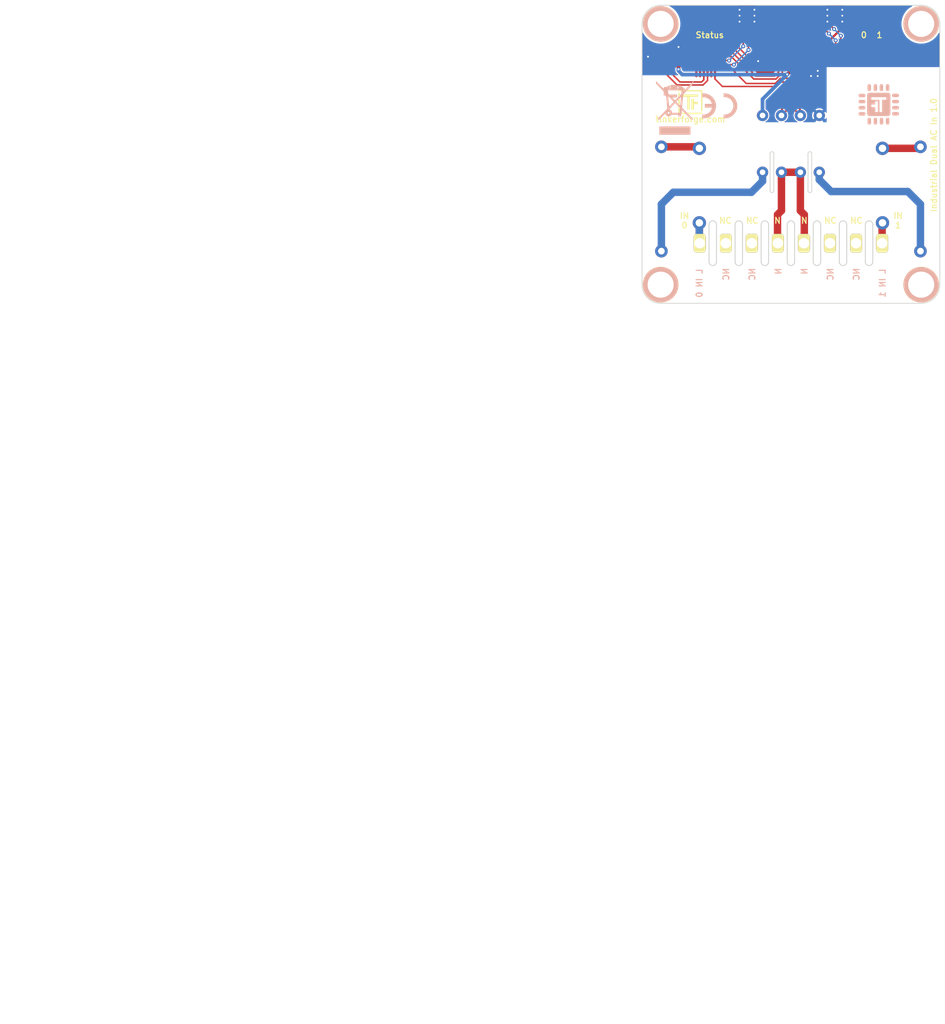
<source format=kicad_pcb>
(kicad_pcb (version 20211014) (generator pcbnew)
  (title_block (title "Industrial Dual AC IN Bricklet") (date "2022-11-16") (rev "1.0") (company "Tinkerforge GmbH") (comment 1 "Licensed under CERN OHL v.1.1") (comment 2 "Copyright (©) 2022, T.Schneidermann <tim@tinkerforge.com>"))
  (layers (0 "F.Cu" signal) (31 "B.Cu" signal) (34 "B.Paste" user) (35 "F.Paste" user) (36 "B.SilkS" user "B.Silkscreen") (37 "F.SilkS" user "F.Silkscreen") (38 "B.Mask" user) (39 "F.Mask" user) (44 "Edge.Cuts" user))
  (net 0 "")
  (net 1 "Net-(C1-Pad2)")
  (net 2 "GND")
  (net 3 "+5V")
  (net 4 "3V3")
  (net 5 "Net-(D1-Pad2)")
  (net 6 "L_IN1")
  (net 7 "Net-(D115-Pad2)")
  (net 8 "L_IN0")
  (net 9 "Net-(D116-Pad2)")
  (net 10 "Net-(P1-Pad4)")
  (net 11 "Net-(P1-Pad5)")
  (net 12 "Net-(P1-Pad6)")
  (net 13 "Net-(P2-Pad2)")
  (net 14 "Net-(P3-Pad1)")
  (net 17 "N")
  (net 20 "Net-(R1-Pad1)")
  (net 21 "Net-(U109-Pad4)")
  (net 22 "Net-(U109-Pad1)")
  (net 23 "S-MISO")
  (net 24 "S-MOSI")
  (net 25 "S-CLK")
  (net 26 "S-CS")
  (net 27 "AC1")
  (net 28 "AC0")
  (net 29 "Net-(RP105-Pad5)")
  (net 30 "Net-(RP105-Pad7)")
  (net 40 "Net-(D2-Pad2)")
  (net 41 "Net-(D3-Pad2)")
  (net 42 "Net-(R2-Pad1)")
  (net 45 "Net-(U1-Pad20)")
  (footprint "kicad-libraries:D0603E" (layer "F.Cu") (at 109.1 61.8 -90)
    (fp_text reference "D1")
    (fp_text value "blue")
    (pad "1" smd rect locked (at -0.8501 0 270) (size 1.1 1) (layers "F.Cu" "F.Paste" "F.Mask") (net 4 "3V3"))
    (pad "2" smd rect locked (at 0.8501 0 270) (size 1.1 1) (layers "F.Cu" "F.Paste" "F.Mask") (net 5 "Net-(D1-Pad2)"))
  )
  (footprint "kicad-libraries:R0603F" (layer "F.Cu") (at 129 65.3)
    (fp_text reference "R2")
    (fp_text value "1k")
    (pad "1" smd rect locked (at -0.75 0) (size 0.9 0.9) (layers "F.Cu" "F.Paste" "F.Mask") (net 42 "Net-(R2-Pad1)"))
    (pad "2" smd rect locked (at 0.75 0) (size 0.9 0.9) (layers "F.Cu" "F.Paste" "F.Mask") (net 40 "Net-(D2-Pad2)"))
  )
  (footprint "kicad-libraries:DEBUG_PAD" (layer "F.Cu") (at 101.9 68.8)
    (fp_text reference "P3")
    (fp_text value "Debug")
    (pad "1" smd circle locked (at 0 0) (size 0.7 0.7) (layers "F.Cu" "F.Paste" "F.Mask") (net 14 "Net-(P3-Pad1)"))
  )
  (footprint "kicad-libraries:QFN24-4x4mm-0.5mm" (layer "F.Cu") (at 108.55 67.15 -90)
    (fp_text reference "U1")
    (fp_text value "XMC1100")
    (pad "1" smd oval locked (at -2.025 -1.25 270) (size 1 0.3) (layers "F.Cu" "F.Paste" "F.Mask") (net 23 "S-MISO"))
    (pad "2" smd oval locked (at -2.025 -0.75 270) (size 1 0.3) (layers "F.Cu" "F.Paste" "F.Mask"))
    (pad "3" smd oval locked (at -2.025 -0.25 270) (size 1 0.3) (layers "F.Cu" "F.Paste" "F.Mask"))
    (pad "4" smd oval locked (at -2.025 0.25 270) (size 1 0.3) (layers "F.Cu" "F.Paste" "F.Mask"))
    (pad "5" smd oval locked (at -2.025 0.75 270) (size 1 0.3) (layers "F.Cu" "F.Paste" "F.Mask"))
    (pad "6" smd oval locked (at -2.025 1.25 270) (size 1 0.3) (layers "F.Cu" "F.Paste" "F.Mask"))
    (pad "7" smd oval locked (at -1.25 2.025) (size 1 0.3) (layers "F.Cu" "F.Paste" "F.Mask") (net 20 "Net-(R1-Pad1)"))
    (pad "8" smd oval locked (at -0.75 2.025) (size 1 0.3) (layers "F.Cu" "F.Paste" "F.Mask"))
    (pad "9" smd oval locked (at -0.25 2.025) (size 1 0.3) (layers "F.Cu" "F.Paste" "F.Mask") (net 2 "GND"))
    (pad "10" smd oval locked (at 0.25 2.025) (size 1 0.3) (layers "F.Cu" "F.Paste" "F.Mask") (net 4 "3V3"))
    (pad "11" smd oval locked (at 0.75 2.025) (size 1 0.3) (layers "F.Cu" "F.Paste" "F.Mask"))
    (pad "12" smd oval locked (at 1.25 2.025) (size 1 0.3) (layers "F.Cu" "F.Paste" "F.Mask"))
    (pad "13" smd oval locked (at 2.025 1.25 270) (size 1 0.3) (layers "F.Cu" "F.Paste" "F.Mask"))
    (pad "14" smd oval locked (at 2.025 0.75 270) (size 1 0.3) (layers "F.Cu" "F.Paste" "F.Mask"))
    (pad "15" smd oval locked (at 2.025 0.25 270) (size 1 0.3) (layers "F.Cu" "F.Paste" "F.Mask") (net 13 "Net-(P2-Pad2)"))
    (pad "16" smd oval locked (at 2.025 -0.25 270) (size 1 0.3) (layers "F.Cu" "F.Paste" "F.Mask") (net 14 "Net-(P3-Pad1)"))
    (pad "17" smd oval locked (at 2.025 -0.75 270) (size 1 0.3) (layers "F.Cu" "F.Paste" "F.Mask"))
    (pad "18" smd oval locked (at 2.025 -1.25 270) (size 1 0.3) (layers "F.Cu" "F.Paste" "F.Mask") (net 28 "AC0"))
    (pad "19" smd oval locked (at 1.25 -2.025) (size 1 0.3) (layers "F.Cu" "F.Paste" "F.Mask") (net 27 "AC1"))
    (pad "20" smd oval locked (at 0.75 -2.025) (size 1 0.3) (layers "F.Cu" "F.Paste" "F.Mask") (net 45 "Net-(U1-Pad20)"))
    (pad "21" smd oval locked (at 0.25 -2.025) (size 1 0.3) (layers "F.Cu" "F.Paste" "F.Mask") (net 42 "Net-(R2-Pad1)"))
    (pad "22" smd oval locked (at -0.25 -2.025) (size 1 0.3) (layers "F.Cu" "F.Paste" "F.Mask") (net 26 "S-CS"))
    (pad "23" smd oval locked (at -0.75 -2.025) (size 1 0.3) (layers "F.Cu" "F.Paste" "F.Mask") (net 25 "S-CLK"))
    (pad "24" smd oval locked (at -1.25 -2.025) (size 1 0.3) (layers "F.Cu" "F.Paste" "F.Mask") (net 24 "S-MOSI"))
    (pad "EXP" smd rect locked (at 0.65 -0.65 270) (size 1.3 1.3) (layers "F.Cu" "F.Paste" "F.Mask") (net 2 "GND"))
    (pad "EXP" smd rect locked (at 0.65 0.65 270) (size 1.3 1.3) (layers "F.Cu" "F.Paste" "F.Mask") (net 2 "GND"))
    (pad "EXP" smd rect locked (at -0.65 0.65 270) (size 1.3 1.3) (layers "F.Cu" "F.Paste" "F.Mask") (net 2 "GND"))
    (pad "EXP" smd rect locked (at -0.65 -0.65 270) (size 1.3 1.3) (layers "F.Cu" "F.Paste" "F.Mask") (net 2 "GND"))
  )
  (footprint "kicad-libraries:DO-41" (layer "F.Cu") (at 132.3 84.2 90)
    (fp_text reference "D116")
    (fp_text value "1N4007")
    (pad "1" thru_hole circle locked (at -5 0 90) (size 1.8 1.8) (drill 1) (layers *.Cu *.Mask) (net 6 "L_IN1"))
    (pad "2" thru_hole circle locked (at 5 0 90) (size 1.8 1.8) (drill 1) (layers *.Cu *.Mask) (net 9 "Net-(D116-Pad2)"))
  )
  (footprint "kicad-libraries:DRILL_NP_35" (layer "F.Cu") (at 102.5 97.5)
    (fp_text reference "Drill3" hide)
    (fp_text value "DRILL" hide)
    (pad "" np_thru_hole circle locked (at 0 0) (size 3.5 3.5) (drill 3.5) (layers *.Cu *.Mask "F.SilkS") (clearance 0.89916))
  )
  (footprint "kicad-libraries:DRILL_NP_35" (layer "F.Cu") (at 102.5 62.5)
    (fp_text reference "Drill4" hide)
    (fp_text value "DRILL" hide)
    (pad "" np_thru_hole circle locked (at 0 0) (size 3.5 3.5) (drill 3.5) (layers *.Cu *.Mask "F.SilkS") (clearance 0.89916))
  )
  (footprint "kicad-libraries:R0603F" (layer "F.Cu") (at 129 66.6)
    (fp_text reference "R3")
    (fp_text value "1k")
    (pad "1" smd rect locked (at -0.75 0) (size 0.9 0.9) (layers "F.Cu" "F.Paste" "F.Mask") (net 45 "Net-(U1-Pad20)"))
    (pad "2" smd rect locked (at 0.75 0) (size 0.9 0.9) (layers "F.Cu" "F.Paste" "F.Mask") (net 41 "Net-(D3-Pad2)"))
  )
  (footprint "kicad-libraries:OQ_8P_230V" (layer "F.Cu") (at 120 91.93425)
    (fp_text reference "P4")
    (fp_text value "Input")
    (fp_line (start -6.5 -2.5) (end -6.5 2.5) (layer "Edge.Cuts") (width 0.12))
    (fp_line (start -7.5 -2.5) (end -7.5 2.5) (layer "Edge.Cuts") (width 0.12))
    (fp_line (start -0.5 -2.5) (end -0.5 2.5) (layer "Edge.Cuts") (width 0.12))
    (fp_line (start -11 -2.5) (end -11 2.5) (layer "Edge.Cuts") (width 0.12))
    (fp_line (start 4 -2.5) (end 4 2.5) (layer "Edge.Cuts") (width 0.12))
    (fp_line (start 3 -2.5) (end 3 2.5) (layer "Edge.Cuts") (width 0.12))
    (fp_line (start 0.5 -2.5) (end 0.5 2.5) (layer "Edge.Cuts") (width 0.12))
    (fp_line (start 10 -2.5) (end 10 2.5) (layer "Edge.Cuts") (width 0.12))
    (fp_line (start -4 -2.5) (end -4 2.5) (layer "Edge.Cuts") (width 0.12))
    (fp_line (start 7.5 -2.5) (end 7.5 2.5) (layer "Edge.Cuts") (width 0.12))
    (fp_line (start -3 -2.5) (end -3 2.5) (layer "Edge.Cuts") (width 0.12))
    (fp_line (start 11 -2.5) (end 11 2.5) (layer "Edge.Cuts") (width 0.12))
    (fp_line (start -10 -2.5) (end -10 2.5) (layer "Edge.Cuts") (width 0.12))
    (fp_line (start 6.5 -2.5) (end 6.5 2.5) (layer "Edge.Cuts") (width 0.12))
    (fp_arc (start 3 -2.5) (mid 3.5 -3) (end 4 -2.5) (layer "Edge.Cuts") (width 0.12))
    (fp_arc (start 7.5 2.5) (mid 7 3) (end 6.5 2.5) (layer "Edge.Cuts") (width 0.12))
    (fp_arc (start -10 2.5) (mid -10.5 3) (end -11 2.5) (layer "Edge.Cuts") (width 0.12))
    (fp_arc (start -11 -2.5) (mid -10.5 -3) (end -10 -2.5) (layer "Edge.Cuts") (width 0.12))
    (fp_arc (start 0.5 2.5) (mid 0 3) (end -0.5 2.5) (layer "Edge.Cuts") (width 0.12))
    (fp_arc (start 10 -2.5) (mid 10.5 -3) (end 11 -2.5) (layer "Edge.Cuts") (width 0.12))
    (fp_arc (start -7.5 -2.5) (mid -7 -3) (end -6.5 -2.5) (layer "Edge.Cuts") (width 0.12))
    (fp_arc (start 6.5 -2.5) (mid 7 -3) (end 7.5 -2.5) (layer "Edge.Cuts") (width 0.12))
    (fp_arc (start -3 2.5) (mid -3.5 3) (end -4 2.5) (layer "Edge.Cuts") (width 0.12))
    (fp_arc (start 11 2.5) (mid 10.5 3) (end 10 2.5) (layer "Edge.Cuts") (width 0.12))
    (fp_arc (start -4 -2.5) (mid -3.5 -3) (end -3 -2.5) (layer "Edge.Cuts") (width 0.12))
    (fp_arc (start 4 2.5) (mid 3.5 3) (end 3 2.5) (layer "Edge.Cuts") (width 0.12))
    (fp_arc (start -0.5 -2.5) (mid 0 -3) (end 0.5 -2.5) (layer "Edge.Cuts") (width 0.12))
    (fp_arc (start -6.5 2.5) (mid -7 3) (end -7.5 2.5) (layer "Edge.Cuts") (width 0.12))
    (pad "1" thru_hole roundrect (at -12.25042 0) (size 1.6 2.5) (drill 1.4) (layers *.Cu *.Mask "F.SilkS") (net 8 "L_IN0"))
    (pad "2" thru_hole roundrect (at -8.7503 0) (size 1.6 2.5) (drill 1.4) (layers *.Cu *.Mask "F.SilkS"))
    (pad "3" thru_hole roundrect (at -5.25018 0) (size 1.6 2.5) (drill 1.4) (layers *.Cu *.Mask "F.SilkS"))
    (pad "4" thru_hole roundrect (at -1.75006 0) (size 1.6 2.5) (drill 1.4) (layers *.Cu *.Mask "F.SilkS") (net 17 "N"))
    (pad "5" thru_hole roundrect (at 1.75006 0) (size 1.6 2.5) (drill 1.4) (layers *.Cu *.Mask "F.SilkS") (net 17 "N"))
    (pad "6" thru_hole roundrect (at 5.25018 0) (size 1.6 2.5) (drill 1.4) (layers *.Cu *.Mask "F.SilkS"))
    (pad "7" thru_hole roundrect (at 8.7503 0) (size 1.6 2.5) (drill 1.4) (layers *.Cu *.Mask "F.SilkS"))
    (pad "8" thru_hole roundrect (at 12.25042 0) (size 1.6 2.5) (drill 1.4) (layers *.Cu *.Mask "F.SilkS") (net 6 "L_IN1"))
  )
  (footprint "kicad-libraries:DRILL_NP_35" (layer "F.Cu") (at 137.5 62.5)
    (fp_text reference "Drill2" hide)
    (fp_text value "DRILL" hide)
    (pad "" np_thru_hole circle locked (at 0 0) (size 3.5 3.5) (drill 3.5) (layers *.Cu *.Mask "F.SilkS") (clearance 0.89916))
  )
  (footprint "kicad-libraries:C0603F" (layer "F.Cu") (at 121.9 68.8 180)
    (fp_text reference "C3")
    (fp_text value "1uF")
    (pad "1" smd rect locked (at -0.75 0 180) (size 0.9 0.9) (layers "F.Cu" "F.Paste" "F.Mask") (net 2 "GND"))
    (pad "2" smd rect locked (at 0.75 0 180) (size 0.9 0.9) (layers "F.Cu" "F.Paste" "F.Mask") (net 4 "3V3"))
  )
  (footprint "kicad-libraries:DIP-8" (layer "F.Cu") (at 120 78.6 180)
    (fp_text reference "U109")
    (fp_text value "HCPL2731")
    (pad "1" thru_hole circle locked (at 3.81 -3.81 180) (size 1.524 1.524) (drill 0.762) (layers *.Cu *.Mask) (net 22 "Net-(U109-Pad1)"))
    (pad "2" thru_hole circle locked (at 1.27 -3.81 180) (size 1.524 1.524) (drill 0.762) (layers *.Cu *.Mask) (net 17 "N"))
    (pad "3" thru_hole circle locked (at -1.27 -3.81 180) (size 1.524 1.524) (drill 0.762) (layers *.Cu *.Mask) (net 17 "N"))
    (pad "4" thru_hole circle locked (at -3.81 -3.81 180) (size 1.524 1.524) (drill 0.762) (layers *.Cu *.Mask) (net 21 "Net-(U109-Pad4)"))
    (pad "5" thru_hole circle locked (at -3.81 3.81 180) (size 1.524 1.524) (drill 0.762) (layers *.Cu *.Mask) (net 2 "GND"))
    (pad "6" thru_hole circle locked (at -1.27 3.81 180) (size 1.524 1.524) (drill 0.762) (layers *.Cu *.Mask) (net 29 "Net-(RP105-Pad5)"))
    (pad "7" thru_hole circle locked (at 1.27 3.81 180) (size 1.524 1.524) (drill 0.762) (layers *.Cu *.Mask) (net 30 "Net-(RP105-Pad7)"))
    (pad "8" thru_hole circle locked (at 3.81 3.81 180) (size 1.524 1.524) (drill 0.762) (layers *.Cu *.Mask) (net 4 "3V3"))
  )
  (footprint "kicad-libraries:DO-41" (layer "F.Cu") (at 107.7 84.2 90)
    (fp_text reference "D115")
    (fp_text value "1N4007")
    (pad "1" thru_hole circle locked (at -5 0 90) (size 1.8 1.8) (drill 1) (layers *.Cu *.Mask) (net 8 "L_IN0"))
    (pad "2" thru_hole circle locked (at 5 0 90) (size 1.8 1.8) (drill 1) (layers *.Cu *.Mask) (net 7 "Net-(D115-Pad2)"))
  )
  (footprint "kicad-libraries:D0603E" (layer "F.Cu") (at 131.9 61.8501 -90)
    (fp_text reference "D3")
    (fp_text value "blue")
    (pad "1" smd rect locked (at -0.8501 0 270) (size 1.1 1) (layers "F.Cu" "F.Paste" "F.Mask") (net 4 "3V3"))
    (pad "2" smd rect locked (at 0.8501 0 270) (size 1.1 1) (layers "F.Cu" "F.Paste" "F.Mask") (net 41 "Net-(D3-Pad2)"))
  )
  (footprint "kicad-libraries:SolderJumper" (layer "F.Cu") (at 101.9 66.9)
    (fp_text reference "P2")
    (fp_text value "BOOT")
    (pad "1" smd rect locked (at -0.225 -0.55) (size 0.95 0.3) (layers "F.Cu" "F.Mask") (net 2 "GND"))
    (pad "1" smd rect locked (at -0.225 0.55) (size 0.95 0.3) (layers "F.Cu" "F.Mask") (net 2 "GND"))
    (pad "1" smd rect locked (at -0.5 0) (size 0.4 1.4) (layers "F.Cu" "F.Mask") (net 2 "GND"))
    (pad "2" smd rect locked (at 0.55 0) (size 0.3 1.4) (layers "F.Cu" "F.Mask") (net 13 "Net-(P2-Pad2)"))
    (pad "2" smd rect locked (at 0.15 0) (size 0.6 0.5) (layers "F.Cu" "F.Mask") (net 13 "Net-(P2-Pad2)"))
  )
  (footprint "kicad-libraries:Logo_31x31" (layer "F.Cu") (at 106.5 73)
    (fp_text reference "G***" hide)
    (fp_text value "LOGO" hide)
  )
  (footprint "kicad-libraries:RNF12-2" (layer "F.Cu") (at 102.6 86 -90)
    (fp_text reference "R118")
    (fp_text value "RNF12FTD249K")
    (pad "1" thru_hole circle locked (at -7 0 270) (size 1.7 1.7) (drill 0.9) (layers *.Cu *.Mask) (net 7 "Net-(D115-Pad2)"))
    (pad "2" thru_hole circle locked (at 7 0 270) (size 1.7 1.7) (drill 0.9) (layers *.Cu *.Mask) (net 22 "Net-(U109-Pad1)"))
  )
  (footprint "kicad-libraries:4X0603" (layer "F.Cu") (at 120.00122 72.1)
    (fp_text reference "RP105")
    (fp_text value "10k")
    (pad "1" smd rect locked (at -1.19888 -0.8509) (size 0.44958 0.89916) (layers "F.Cu" "F.Paste" "F.Mask") (net 4 "3V3"))
    (pad "2" smd rect locked (at -0.39878 -0.8509) (size 0.44958 0.89916) (layers "F.Cu" "F.Paste" "F.Mask") (net 28 "AC0"))
    (pad "3" smd rect locked (at 0.39878 -0.8509) (size 0.44958 0.89916) (layers "F.Cu" "F.Paste" "F.Mask") (net 27 "AC1"))
    (pad "4" smd rect locked (at 1.19888 -0.8509) (size 0.44958 0.89916) (layers "F.Cu" "F.Paste" "F.Mask") (net 4 "3V3"))
    (pad "5" smd rect locked (at 1.19888 0.8509) (size 0.44958 0.89916) (layers "F.Cu" "F.Paste" "F.Mask") (net 29 "Net-(RP105-Pad5)"))
    (pad "6" smd rect locked (at 0.39878 0.8509) (size 0.44958 0.89916) (layers "F.Cu" "F.Paste" "F.Mask") (net 29 "Net-(RP105-Pad5)"))
    (pad "7" smd rect locked (at -0.39878 0.8509) (size 0.44958 0.89916) (layers "F.Cu" "F.Paste" "F.Mask") (net 30 "Net-(RP105-Pad7)"))
    (pad "8" smd rect locked (at -1.19888 0.8509) (size 0.44958 0.89916) (layers "F.Cu" "F.Paste" "F.Mask") (net 30 "Net-(RP105-Pad7)"))
  )
  (footprint "kicad-libraries:C0805E" (layer "F.Cu") (at 121.9 67.1 180)
    (fp_text reference "C2")
    (fp_text value "10uF")
    (pad "1" smd rect locked (at -0.95 0 180) (size 1.3 1.5) (layers "F.Cu" "F.Paste" "F.Mask") (net 2 "GND") (clearance 0.14986))
    (pad "2" smd rect locked (at 0.95 0 180) (size 1.3 1.5) (layers "F.Cu" "F.Paste" "F.Mask") (net 4 "3V3") (clearance 0.14986))
  )
  (footprint "kicad-libraries:C0603F" (layer "F.Cu") (at 104.9 67.1 90)
    (fp_text reference "C4")
    (fp_text value "100nF")
    (pad "1" smd rect locked (at -0.75 0 90) (size 0.9 0.9) (layers "F.Cu" "F.Paste" "F.Mask") (net 4 "3V3"))
    (pad "2" smd rect locked (at 0.75 0 90) (size 0.9 0.9) (layers "F.Cu" "F.Paste" "F.Mask") (net 2 "GND"))
  )
  (footprint "kicad-libraries:4X0402" (layer "F.Cu") (at 118.1 67.2 180)
    (fp_text reference "RP1")
    (fp_text value "82")
    (pad "1" smd rect locked (at -0.7493 0.575) (size 0.29972 0.65) (layers "F.Cu" "F.Paste" "F.Mask") (net 10 "Net-(P1-Pad4)"))
    (pad "2" smd rect locked (at -0.24892 0.575) (size 0.29972 0.65) (layers "F.Cu" "F.Paste" "F.Mask") (net 11 "Net-(P1-Pad5)"))
    (pad "3" smd rect locked (at 0.24892 0.575) (size 0.29972 0.65) (layers "F.Cu" "F.Paste" "F.Mask") (net 12 "Net-(P1-Pad6)"))
    (pad "4" smd rect locked (at 0.7493 0.575) (size 0.29972 0.65) (layers "F.Cu" "F.Paste" "F.Mask") (net 1 "Net-(C1-Pad2)"))
    (pad "5" smd rect locked (at 0.7493 -0.575 180) (size 0.29972 0.65) (layers "F.Cu" "F.Paste" "F.Mask") (net 23 "S-MISO"))
    (pad "6" smd rect locked (at 0.24892 -0.575 180) (size 0.29972 0.65) (layers "F.Cu" "F.Paste" "F.Mask") (net 24 "S-MOSI"))
    (pad "7" smd rect locked (at -0.24892 -0.575 180) (size 0.29972 0.65) (layers "F.Cu" "F.Paste" "F.Mask") (net 25 "S-CLK"))
    (pad "8" smd rect locked (at -0.7493 -0.575 180) (size 0.29972 0.65) (layers "F.Cu" "F.Paste" "F.Mask") (net 26 "S-CS"))
  )
  (footprint "kicad-libraries:CON-SENSOR2" (layer "F.Cu") (at 120 59.975 180)
    (fp_text reference "P1")
    (fp_text value "CON-SENSOR2")
    (pad "1" smd rect locked (at -3.75 -4.6 180) (size 0.6 1.8) (layers "F.Cu" "F.Paste" "F.Mask") (net 3 "+5V"))
    (pad "2" smd rect locked (at -2.5 -4.6 180) (size 0.6 1.8) (layers "F.Cu" "F.Paste" "F.Mask") (net 2 "GND"))
    (pad "3" smd rect locked (at -1.25 -4.6 180) (size 0.6 1.8) (layers "F.Cu" "F.Paste" "F.Mask") (net 4 "3V3"))
    (pad "4" smd rect locked (at 0 -4.6 180) (size 0.6 1.8) (layers "F.Cu" "F.Paste" "F.Mask") (net 10 "Net-(P1-Pad4)"))
    (pad "5" smd rect locked (at 1.25 -4.6 180) (size 0.6 1.8) (layers "F.Cu" "F.Paste" "F.Mask") (net 11 "Net-(P1-Pad5)"))
    (pad "6" smd rect locked (at 2.5 -4.6 180) (size 0.6 1.8) (layers "F.Cu" "F.Paste" "F.Mask") (net 12 "Net-(P1-Pad6)"))
    (pad "7" smd rect locked (at 3.75 -4.6 180) (size 0.6 1.8) (layers "F.Cu" "F.Paste" "F.Mask") (net 1 "Net-(C1-Pad2)"))
    (pad "EP" smd rect locked (at 5.9 -1.2 180) (size 1.4 2.4) (layers "F.Cu" "F.Paste" "F.Mask") (net 2 "GND"))
    (pad "EP" smd rect locked (at -5.9 -1.2 180) (size 1.4 2.4) (layers "F.Cu" "F.Paste" "F.Mask") (net 2 "GND"))
  )
  (footprint "kicad-libraries:RNF12-2" (layer "F.Cu") (at 137.4 86 -90)
    (fp_text reference "R116")
    (fp_text value "RNF12FTD249K")
    (pad "1" thru_hole circle locked (at -7 0 270) (size 1.7 1.7) (drill 0.9) (layers *.Cu *.Mask) (net 9 "Net-(D116-Pad2)"))
    (pad "2" thru_hole circle locked (at 7 0 270) (size 1.7 1.7) (drill 0.9) (layers *.Cu *.Mask) (net 21 "Net-(U109-Pad4)"))
  )
  (footprint "kicad-libraries:R0603F" (layer "F.Cu") (at 110.5 61.8 -90)
    (fp_text reference "R1")
    (fp_text value "1k")
    (pad "1" smd rect locked (at -0.75 0 270) (size 0.9 0.9) (layers "F.Cu" "F.Paste" "F.Mask") (net 20 "Net-(R1-Pad1)"))
    (pad "2" smd rect locked (at 0.75 0 270) (size 0.9 0.9) (layers "F.Cu" "F.Paste" "F.Mask") (net 5 "Net-(D1-Pad2)"))
  )
  (footprint "kicad-libraries:DRILL_NP_35" (layer "F.Cu") (at 137.5 97.5)
    (fp_text reference "Drill1" hide)
    (fp_text value "DRILL" hide)
    (pad "" np_thru_hole circle locked (at 0 0) (size 3.5 3.5) (drill 3.5) (layers *.Cu *.Mask "F.SilkS") (clearance 0.89916))
  )
  (footprint "kicad-libraries:C0402F" (layer "F.Cu") (at 116.4 67.2 90)
    (fp_text reference "C1")
    (fp_text value "220pF")
    (pad "1" smd rect locked (at -0.5 0 90) (size 0.6 0.7) (layers "F.Cu" "F.Paste" "F.Mask") (net 2 "GND"))
    (pad "2" smd rect locked (at 0.5 0 90) (size 0.6 0.7) (layers "F.Cu" "F.Paste" "F.Mask") (net 1 "Net-(C1-Pad2)"))
  )
  (footprint "kicad-libraries:D0603E" (layer "F.Cu") (at 129.8 61.8501 -90)
    (fp_text reference "D2")
    (fp_text value "blue")
    (pad "1" smd rect locked (at -0.8501 0 270) (size 1.1 1) (layers "F.Cu" "F.Paste" "F.Mask") (net 4 "3V3"))
    (pad "2" smd rect locked (at 0.8501 0 270) (size 1.1 1) (layers "F.Cu" "F.Paste" "F.Mask") (net 40 "Net-(D2-Pad2)"))
  )
  (footprint "kicad-libraries:WEEE_7mm" (layer "B.Cu") (at 104.4 73.8 180)
    (fp_text reference "VAL" hide)
    (fp_text value "WEEE_7mm" hide)
  )
  (footprint "kicad-libraries:Logo_CoMCU" (layer "B.Cu") (at 131.8 73.3 180)
    (fp_text reference "G***" hide)
    (fp_text value "LOGO" hide)
  )
  (footprint "kicad-libraries:CE_5mm" (layer "B.Cu") (at 110.4 73.5 180)
    (fp_text reference "VAL" hide)
    (fp_text value "CE_5mm" hide)
  )
  (gr_line (start 117.7 84.9) (end 117.7 79.9) (layer "Edge.Cuts") (width 0.09906))
  (gr_line (start 102.5 60) (end 137.5 60) (layer "Edge.Cuts") (width 0.09906))
  (gr_arc (start 100 62.5) (mid 100.732233 60.732233) (end 102.5 60) (layer "Edge.Cuts") (width 0.09906))
  (gr_arc (start 137.5 60) (mid 139.267767 60.732233) (end 140 62.5) (layer "Edge.Cuts") (width 0.09906))
  (gr_line (start 140 62.5) (end 140 97.5) (layer "Edge.Cuts") (width 0.09906))
  (gr_line (start 100 97.5) (end 100 62.5) (layer "Edge.Cuts") (width 0.09906))
  (gr_arc (start 122.3 79.9) (mid 122.55 79.65) (end 122.8 79.9) (layer "Edge.Cuts") (width 0.09906))
  (gr_arc (start 117.7 84.9) (mid 117.45 85.15) (end 117.2 84.9) (layer "Edge.Cuts") (width 0.09906))
  (gr_line (start 122.3 79.9) (end 122.3 84.9) (layer "Edge.Cuts") (width 0.09906))
  (gr_arc (start 117.2 79.9) (mid 117.45 79.65) (end 117.7 79.9) (layer "Edge.Cuts") (width 0.09906))
  (gr_arc (start 140 97.5) (mid 139.267767 99.267767) (end 137.5 100) (layer "Edge.Cuts") (width 0.09906))
  (gr_line (start 117.2 79.9) (end 117.2 84.9) (layer "Edge.Cuts") (width 0.09906))
  (gr_line (start 122.8 84.9) (end 122.8 79.9) (layer "Edge.Cuts") (width 0.09906))
  (gr_arc (start 102.5 100) (mid 100.732233 99.267767) (end 100 97.5) (layer "Edge.Cuts") (width 0.09906))
  (gr_line (start 137.5 100) (end 102.5 100) (layer "Edge.Cuts") (width 0.09906))
  (gr_arc (start 122.8 84.9) (mid 122.55 85.15) (end 122.3 84.9) (layer "Edge.Cuts") (width 0.09906))
  (gr_text "NC" (at 111.3 96.1 90) (layer "B.SilkS") (effects (font (size 0.8 0.8)) (justify mirror)))
  (gr_text "NC" (at 114.8 96.1 90) (layer "B.SilkS") (effects (font (size 0.8 0.8)) (justify mirror)))
  (gr_text "L IN 1" (at 132.3 97.3 90) (layer "B.SilkS") (effects (font (size 0.8 0.8)) (justify mirror)))
  (gr_text "NC" (at 128.8 96.1 90) (layer "B.SilkS") (effects (font (size 0.8 0.8)) (justify mirror)))
  (gr_text "L IN 0" (at 107.7 97.3 90) (layer "B.SilkS") (effects (font (size 0.8 0.8)) (justify mirror)))
  (gr_text "NC" (at 125.3 96.1 90) (layer "B.SilkS") (effects (font (size 0.8 0.8)) (justify mirror)))
  (gr_text "N" (at 121.8 95.7 90) (layer "B.SilkS") (effects (font (size 0.8 0.8)) (justify mirror)))
  (gr_text "N" (at 118.3 95.7 90) (layer "B.SilkS") (effects (font (size 0.8 0.8)) (justify mirror)))
  (gr_text "NC" (at 128.8 88.9) (layer "F.SilkS") (effects (font (size 0.8 0.8))))
  (gr_text "NC" (at 125.3 88.9) (layer "F.SilkS") (effects (font (size 0.8 0.8))))
  (gr_text "tinkerforge.com" (at 106.5 75.3) (layer "F.SilkS") (effects (font (size 0.8 0.8))))
  (gr_text "Industrial Dual AC In 1.0" (at 139.2 80.1 90) (layer "F.SilkS") (effects (font (size 0.8 0.8))))
  (gr_text "Status" (at 109.1 64) (layer "F.SilkS") (effects (font (size 0.8 0.8))))
  (gr_text "IN\n1" (at 134.4 88.9) (layer "F.SilkS") (effects (font (size 0.8 0.8))))
  (gr_text "NC" (at 111.2 88.9) (layer "F.SilkS") (effects (font (size 0.8 0.8))))
  (gr_text "NC" (at 114.8 88.9) (layer "F.SilkS") (effects (font (size 0.8 0.8))))
  (gr_text "0" (at 129.8 64) (layer "F.SilkS") (effects (font (size 0.8 0.8))))
  (gr_text "N" (at 121.8 88.9) (layer "F.SilkS") (effects (font (size 0.8 0.8))))
  (gr_text "N" (at 118.2 88.9) (layer "F.SilkS") (effects (font (size 0.8 0.8))))
  (gr_text "1" (at 131.9 64) (layer "F.SilkS") (effects (font (size 0.8 0.8))))
  (gr_text "IN\n0" (at 105.7 88.9) (layer "F.SilkS") (effects (font (size 0.8 0.8))))
  (segment (start 116.4 66.7) (end 117.2757 66.7) (width 0.2) (layer "F.Cu") (net 1))
  (segment (start 117.2757 66.7) (end 117.3507 66.625) (width 0.2) (layer "F.Cu") (net 1))
  (segment (start 116.25 66.55) (end 116.4 66.7) (width 0.2) (layer "F.Cu") (net 1))
  (segment (start 116.25 64.575) (end 116.25 66.55) (width 0.2) (layer "F.Cu") (net 1))
  (segment (start 122.65 68.8) (end 122.9 68.8) (width 0.5) (layer "F.Cu") (net 2))
  (segment (start 109.2 67.8) (end 107.9 67.8) (width 0.2) (layer "F.Cu") (net 2))
  (segment (start 104.9 66.35) (end 104.9 65.6) (width 0.5) (layer "F.Cu") (net 2))
  (segment (start 122.7 69.5) (end 123.6 69.5) (width 0.5) (layer "F.Cu") (net 2))
  (segment (start 101.4 66.9) (end 101.4 67.175) (width 0.2) (layer "F.Cu") (net 2))
  (segment (start 105.35 66.35) (end 105.9 66.9) (width 0.2) (layer "F.Cu") (net 2))
  (segment (start 106.525 66.9) (end 107.5 66.9) (width 0.2) (layer "F.Cu") (net 2))
  (segment (start 122.85 68.6) (end 122.65 68.8) (width 0.5) (layer "F.Cu") (net 2))
  (segment (start 122.65 69.45) (end 122.7 69.5) (width 0.5) (layer "F.Cu") (net 2))
  (segment (start 122.85 67.1) (end 122.85 68.6) (width 0.5) (layer "F.Cu") (net 2))
  (segment (start 122.65 68.8) (end 122.65 69.45) (width 0.5) (layer "F.Cu") (net 2))
  (segment (start 107.9 66.5) (end 109.2 66.5) (width 0.2) (layer "F.Cu") (net 2))
  (segment (start 105.9 66.9) (end 106.525 66.9) (width 0.2) (layer "F.Cu") (net 2))
  (segment (start 109.2 66.5) (end 109.2 67.8) (width 0.2) (layer "F.Cu") (net 2))
  (segment (start 122.5 64.575) (end 122.5 66.75) (width 0.5) (layer "F.Cu") (net 2))
  (segment (start 101.4 66.9) (end 101.4 66.625) (width 0.2) (layer "F.Cu") (net 2))
  (segment (start 122.65 68.8) (end 123.6 68.8) (width 0.5) (layer "F.Cu") (net 2))
  (segment (start 122.9 68.8) (end 123.6 69.5) (width 0.5) (layer "F.Cu") (net 2))
  (segment (start 101.4 66.9) (end 100.8 66.9) (width 0.2) (layer "F.Cu") (net 2))
  (segment (start 101.4 66.625) (end 101.675 66.35) (width 0.2) (layer "F.Cu") (net 2))
  (segment (start 122.5 66.75) (end 122.85 67.1) (width 0.5) (layer "F.Cu") (net 2))
  (segment (start 115.8 67.7) (end 115.6 67.5) (width 0.2) (layer "F.Cu") (net 2))
  (segment (start 104.9 66.35) (end 105.35 66.35) (width 0.2) (layer "F.Cu") (net 2))
  (segment (start 123.6 69.5) (end 123.6 68.8) (width 0.5) (layer "F.Cu") (net 2))
  (segment (start 107.5 66.9) (end 107.9 66.5) (width 0.2) (layer "F.Cu") (net 2))
  (segment (start 116.4 67.7) (end 115.8 67.7) (width 0.2) (layer "F.Cu") (net 2))
  (segment (start 101.4 67.175) (end 101.675 67.45) (width 0.2) (layer "F.Cu") (net 2))
  (via (at 124.9 60.6) (size 0.55) (drill 0.25) (layers "F.Cu" "B.Cu") (net 2))
  (via (at 113.1 62.2) (size 0.55) (drill 0.25) (layers "F.Cu" "B.Cu") (net 2))
  (via (at 124.9 62.2) (size 0.55) (drill 0.25) (layers "F.Cu" "B.Cu") (net 2))
  (via (at 124.9 61.4) (size 0.55) (drill 0.25) (layers "F.Cu" "B.Cu") (net 2))
  (via (at 115.1 60.6) (size 0.55) (drill 0.25) (layers "F.Cu" "B.Cu") (net 2))
  (via (at 115.6 67.5) (size 0.55) (drill 0.25) (layers "F.Cu" "B.Cu") (net 2))
  (via (at 123.6 69.5) (size 0.55) (drill 0.25) (layers "F.Cu" "B.Cu") (net 2))
  (via (at 115.1 62.2) (size 0.55) (drill 0.25) (layers "F.Cu" "B.Cu") (net 2))
  (via (at 122.7 69.5) (size 0.55) (drill 0.25) (layers "F.Cu" "B.Cu") (net 2))
  (via (at 113.1 61.4) (size 0.55) (drill 0.25) (layers "F.Cu" "B.Cu") (net 2))
  (via (at 115.1 61.4) (size 0.55) (drill 0.25) (layers "F.Cu" "B.Cu") (net 2))
  (via (at 113.1 60.6) (size 0.55) (drill 0.25) (layers "F.Cu" "B.Cu") (net 2))
  (via (at 104.9 65.6) (size 0.55) (drill 0.25) (layers "F.Cu" "B.Cu") (net 2))
  (via (at 126.9 60.6) (size 0.55) (drill 0.25) (layers "F.Cu" "B.Cu") (net 2))
  (via (at 126.9 61.4) (size 0.55) (drill 0.25) (layers "F.Cu" "B.Cu") (net 2))
  (via (at 123.6 68.8) (size 0.55) (drill 0.25) (layers "F.Cu" "B.Cu") (net 2))
  (via (at 100.8 66.9) (size 0.55) (drill 0.25) (layers "F.Cu" "B.Cu") (net 2))
  (via (at 126.9 62.2) (size 0.55) (drill 0.25) (layers "F.Cu" "B.Cu") (net 2))
  (segment (start 124.5 65.411759) (end 128.911759 61) (width 0.3) (layer "F.Cu") (net 4))
  (segment (start 120.95 68.6) (end 121.15 68.8) (width 0.5) (layer "F.Cu") (net 4))
  (segment (start 108.5501 60.9499) (end 104.1 65.4) (width 0.25) (layer "F.Cu") (net 4))
  (segment (start 121.15 68.8) (end 119.9765 68.8) (width 0.5) (layer "F.Cu") (net 4))
  (segment (start 104.1 65.4) (end 104.1 67.7) (width 0.25) (layer "F.Cu") (net 4))
  (segment (start 121.15 68.8) (end 121.15 69.25) (width 0.3) (layer "F.Cu") (net 4))
  (segment (start 131.9 61) (end 129.8 61) (width 0.3) (layer "F.Cu") (net 4))
  (segment (start 119 72.1) (end 121.04878 72.1) (width 0.25) (layer "F.Cu") (net 4))
  (segment (start 106.525 67.4) (end 105.35 67.4) (width 0.2) (layer "F.Cu") (net 4))
  (segment (start 104.1 67.7) (end 104.25 67.85) (width 0.25) (layer "F.Cu") (net 4))
  (segment (start 121.04878 72.1) (end 121.2001 71.94868) (width 0.25) (layer "F.Cu") (net 4))
  (segment (start 120.95 67.1) (end 120.95 68.6) (width 0.5) (layer "F.Cu") (net 4))
  (segment (start 118.80234 71.2491) (end 118.80234 71.90234) (width 0.25) (layer "F.Cu") (net 4))
  (segment (start 121.25 64.575) (end 121.25 66.8) (width 0.5) (layer "F.Cu") (net 4))
  (segment (start 123.711759 70.2) (end 124.5 69.411759) (width 0.3) (layer "F.Cu") (net 4))
  (segment (start 121.2 68.85) (end 121.2 71.249) (width 0.25) (layer "F.Cu") (net 4))
  (segment (start 121.2001 71.94868) (end 121.2001 71.2491) (width 0.25) (layer "F.Cu") (net 4))
  (segment (start 104.9 68.6) (end 104.9 67.85) (width 0.5) (layer "F.Cu") (net 4))
  (segment (start 119.9765 68.8) (end 119.5 69.2765) (width 0.5) (layer "F.Cu") (net 4))
  (segment (start 121.15 69.25) (end 122.1 70.2) (width 0.3) (layer "F.Cu") (net 4))
  (segment (start 121.25 66.8) (end 120.95 67.1) (width 0.5) (layer "F.Cu") (net 4))
  (segment (start 105.35 67.4) (end 104.9 67.85) (width 0.2) (layer "F.Cu") (net 4))
  (segment (start 128.911759 61) (end 129.8 61) (width 0.3) (layer "F.Cu") (net 4))
  (segment (start 121.15 68.8) (end 121.2 68.85) (width 0.25) (layer "F.Cu") (net 4))
  (segment (start 122.1 70.2) (end 123.711759 70.2) (width 0.3) (layer "F.Cu") (net 4))
  (segment (start 124.5 69.411759) (end 124.5 65.411759) (width 0.3) (layer "F.Cu") (net 4))
  (segment (start 118.80234 71.90234) (end 119 72.1) (width 0.25) (layer "F.Cu") (net 4))
  (segment (start 109.1 60.9499) (end 108.5501 60.9499) (width 0.25) (layer "F.Cu") (net 4))
  (segment (start 104.25 67.85) (end 104.9 67.85) (width 0.25) (layer "F.Cu") (net 4))
  (segment (start 121.2 71.249) (end 121.2001 71.2491) (width 0.25) (layer "F.Cu") (net 4))
  (via (at 104.9 68.6) (size 0.55) (drill 0.25) (layers "F.Cu" "B.Cu") (net 4))
  (via (at 119.5 69.2765) (size 0.55) (drill 0.25) (layers "F.Cu" "B.Cu") (net 4))
  (segment (start 119.4765 69.3) (end 105.4 69.3) (width 0.5) (layer "B.Cu") (net 4))
  (segment (start 119.5 69.2765) (end 119.5 69.3) (width 0.5) (layer "B.Cu") (net 4))
  (segment (start 119.5 69.3) (end 116.19 72.61) (width 0.5) (layer "B.Cu") (net 4))
  (segment (start 105.4 69.3) (end 104.9 68.8) (width 0.5) (layer "B.Cu") (net 4))
  (segment (start 119.5 69.2765) (end 119.4765 69.3) (width 0.5) (layer "B.Cu") (net 4))
  (segment (start 104.9 68.8) (end 104.9 68.6) (width 0.5) (layer "B.Cu") (net 4))
  (segment (start 116.19 72.61) (end 116.19 74.79) (width 0.5) (layer "B.Cu") (net 4))
  (segment (start 109.2001 62.45) (end 109.1 62.5501) (width 0.25) (layer "F.Cu") (net 5))
  (segment (start 110.5 62.55) (end 110.35 62.7) (width 0.25) (layer "F.Cu") (net 5))
  (segment (start 110.35 62.7) (end 109.3501 62.7) (width 0.25) (layer "F.Cu") (net 5))
  (segment (start 109.3501 62.7) (end 109.2001 62.55) (width 0.25) (layer "F.Cu") (net 5))
  (segment (start 132.25042 91.93425) (end 132.25042 89.24958) (width 1) (layer "F.Cu") (net 6))
  (segment (start 107.5 79) (end 107.7 79.2) (width 1) (layer "F.Cu") (net 7))
  (segment (start 102.6 79) (end 107.5 79) (width 1) (layer "F.Cu") (net 7))
  (segment (start 107.7 91.88467) (end 107.74958 91.93425) (width 1) (layer "F.Cu") (net 8))
  (segment (start 107.7 89.2) (end 107.7 91.88467) (width 1) (layer "F.Cu") (net 8))
  (segment (start 107.7 89.2) (end 107.7 91.88467) (width 1) (layer "B.Cu") (net 8))
  (segment (start 107.7 91.88467) (end 107.74958 91.93425) (width 1) (layer "B.Cu") (net 8))
  (segment (start 137.2 79.2) (end 137.4 79) (width 1) (layer "F.Cu") (net 9))
  (segment (start 132.3 79.2) (end 137.2 79.2) (width 1) (layer "F.Cu") (net 9))
  (segment (start 119.8 66) (end 120 65.8) (width 0.2) (layer "F.Cu") (net 10))
  (segment (start 118.8493 66.2007) (end 119.05 66) (width 0.2) (layer "F.Cu") (net 10))
  (segment (start 120 65.8) (end 120 64.575) (width 0.2) (layer "F.Cu") (net 10))
  (segment (start 119.05 66) (end 119.8 66) (width 0.2) (layer "F.Cu") (net 10))
  (segment (start 118.8493 66.625) (end 118.8493 66.2007) (width 0.2) (layer "F.Cu") (net 10))
  (segment (start 118.34892 66.1) (end 118.75 65.69892) (width 0.2) (layer "F.Cu") (net 11))
  (segment (start 118.75 65.69892) (end 118.75 64.575) (width 0.2) (layer "F.Cu") (net 11))
  (segment (start 118.34892 66.625) (end 118.34892 66.1) (width 0.2) (layer "F.Cu") (net 11))
  (segment (start 117.85108 66.15108) (end 117.5 65.8) (width 0.2) (layer "F.Cu") (net 12))
  (segment (start 117.5 65.8) (end 117.5 64.575) (width 0.2) (layer "F.Cu") (net 12))
  (segment (start 117.85108 66.625) (end 117.85108 66.15108) (width 0.2) (layer "F.Cu") (net 12))
  (segment (start 103 66.9) (end 102.45 66.9) (width 0.2) (layer "F.Cu") (net 13))
  (segment (start 103.3 68.5) (end 103.3 67.2) (width 0.2) (layer "F.Cu") (net 13))
  (segment (start 105.1 70.3) (end 103.3 68.5) (width 0.2) (layer "F.Cu") (net 13))
  (segment (start 103.3 67.2) (end 103 66.9) (width 0.2) (layer "F.Cu") (net 13))
  (segment (start 108.3 70) (end 108 70.3) (width 0.2) (layer "F.Cu") (net 13))
  (segment (start 108 70.3) (end 105.1 70.3) (width 0.2) (layer "F.Cu") (net 13))
  (segment (start 108.3 69.175) (end 108.3 70) (width 0.2) (layer "F.Cu") (net 13))
  (segment (start 108.2 70.7) (end 108.8 70.1) (width 0.2) (layer "F.Cu") (net 14))
  (segment (start 104.7 70.7) (end 108.2 70.7) (width 0.2) (layer "F.Cu") (net 14))
  (segment (start 101.9 68.8) (end 102.8 68.8) (width 0.2) (layer "F.Cu") (net 14))
  (segment (start 108.8 70.1) (end 108.8 69.175) (width 0.2) (layer "F.Cu") (net 14))
  (segment (start 102.8 68.8) (end 104.7 70.7) (width 0.2) (layer "F.Cu") (net 14))
  (segment (start 118.2 91.88431) (end 118.2 88.1) (width 1) (layer "F.Cu") (net 17))
  (segment (start 118.24994 91.93425) (end 118.2 91.88431) (width 1) (layer "F.Cu") (net 17))
  (segment (start 121.27 87.57) (end 121.27 82.41) (width 1) (layer "F.Cu") (net 17))
  (segment (start 118.73 87.57) (end 118.73 82.41) (width 1) (layer "F.Cu") (net 17))
  (segment (start 118.2 88.1) (end 118.73 87.57) (width 1) (layer "F.Cu") (net 17))
  (segment (start 121.8 91.88431) (end 121.8 88.1) (width 1) (layer "F.Cu") (net 17))
  (segment (start 118.73 82.41) (end 121.27 82.41) (width 1) (layer "F.Cu") (net 17))
  (segment (start 121.8 88.1) (end 121.27 87.57) (width 1) (layer "F.Cu") (net 17))
  (segment (start 111.9 63) (end 111.9 61.5) (width 0.25) (layer "F.Cu") (net 20))
  (segment (start 107 63.7) (end 111.2 63.7) (width 0.25) (layer "F.Cu") (net 20))
  (segment (start 111.2 63.7) (end 111.9 63) (width 0.25) (layer "F.Cu") (net 20))
  (segment (start 105.8 65.8) (end 105.8 64.9) (width 0.25) (layer "F.Cu") (net 20))
  (segment (start 111.9 61.5) (end 111.45 61.05) (width 0.25) (layer "F.Cu") (net 20))
  (segment (start 106.525 65.9) (end 105.9 65.9) (width 0.25) (layer "F.Cu") (net 20))
  (segment (start 111.45 61.05) (end 110.5 61.05) (width 0.25) (layer "F.Cu") (net 20))
  (segment (start 105.8 64.9) (end 107 63.7) (width 0.25) (layer "F.Cu") (net 20))
  (segment (start 105.9 65.9) (end 105.8 65.8) (width 0.25) (layer "F.Cu") (net 20))
  (segment (start 137.4 93) (end 137.4 86.7) (width 1) (layer "B.Cu") (net 21))
  (segment (start 137.4 86.7) (end 135.7 85) (width 1) (layer "B.Cu") (net 21))
  (segment (start 123.81 83.41) (end 123.81 82.41) (width 1) (layer "B.Cu") (net 21))
  (segment (start 125.4 85) (end 123.81 83.41) (width 1) (layer "B.Cu") (net 21))
  (segment (start 135.7 85) (end 125.4 85) (width 1) (layer "B.Cu") (net 21))
  (segment (start 102.6 86.7) (end 104.2 85.1) (width 1) (layer "B.Cu") (net 22))
  (segment (start 104.2 85.1) (end 114.7 85.1) (width 1) (layer "B.Cu") (net 22))
  (segment (start 102.6 93) (end 102.6 86.7) (width 1) (layer "B.Cu") (net 22))
  (segment (start 116.19 83.61) (end 116.19 82.41) (width 1) (layer "B.Cu") (net 22))
  (segment (start 114.7 85.1) (end 116.19 83.61) (width 1) (layer "B.Cu") (net 22))
  (segment (start 117.3507 68.2493) (end 117 68.6) (width 0.2) (layer "F.Cu") (net 23))
  (segment (start 117.3507 67.775) (end 117.3507 68.2493) (width 0.2) (layer "F.Cu") (net 23))
  (segment (start 110.1 64.2) (end 109.8 64.5) (width 0.2) (layer "F.Cu") (net 23))
  (segment (start 117 68.6) (end 115.9 68.6) (width 0.2) (layer "F.Cu") (net 23))
  (segment (start 115.9 68.6) (end 111.5 64.2) (width 0.2) (layer "F.Cu") (net 23))
  (segment (start 109.8 64.5) (end 109.8 65.125) (width 0.2) (layer "F.Cu") (net 23))
  (segment (start 111.5 64.2) (end 110.1 64.2) (width 0.2) (layer "F.Cu") (net 23))
  (segment (start 117.85108 67.775) (end 117.85108 68.74892) (width 0.2) (layer "F.Cu") (net 24))
  (segment (start 117.6 69) (end 115.5 69) (width 0.2) (layer "F.Cu") (net 24))
  (segment (start 115.5 69) (end 112.4 65.9) (width 0.2) (layer "F.Cu") (net 24))
  (segment (start 117.85108 68.74892) (end 117.6 69) (width 0.2) (layer "F.Cu") (net 24))
  (segment (start 112.4 65.9) (end 110.575 65.9) (width 0.2) (layer "F.Cu") (net 24))
  (segment (start 115.3 69.5) (end 112.2 66.4) (width 0.2) (layer "F.Cu") (net 25))
  (segment (start 117.8 69.5) (end 115.3 69.5) (width 0.2) (layer "F.Cu") (net 25))
  (segment (start 112.2 66.4) (end 110.575 66.4) (width 0.2) (layer "F.Cu") (net 25))
  (segment (start 118.34892 67.775) (end 118.34892 68.95108) (width 0.2) (layer "F.Cu") (net 25))
  (segment (start 118.34892 68.95108) (end 117.8 69.5) (width 0.2) (layer "F.Cu") (net 25))
  (segment (start 115 69.9) (end 112 66.9) (width 0.2) (layer "F.Cu") (net 26))
  (segment (start 118 69.9) (end 115 69.9) (width 0.2) (layer "F.Cu") (net 26))
  (segment (start 112 66.9) (end 110.575 66.9) (width 0.2) (layer "F.Cu") (net 26))
  (segment (start 118.8493 69.0507) (end 118 69.9) (width 0.2) (layer "F.Cu") (net 26))
  (segment (start 118.8493 67.775) (end 118.8493 69.0507) (width 0.2) (layer "F.Cu") (net 26))
  (segment (start 110.575 68.4) (end 111.9 68.4) (width 0.2) (layer "F.Cu") (net 27))
  (segment (start 118.59356 69.8) (end 119.7 69.8) (width 0.2) (layer "F.Cu") (net 27))
  (segment (start 114 70.5) (end 117.89356 70.5) (width 0.2) (layer "F.Cu") (net 27))
  (segment (start 111.9 68.4) (end 114 70.5) (width 0.2) (layer "F.Cu") (net 27))
  (segment (start 117.89356 70.5) (end 118.59356 69.8) (width 0.2) (layer "F.Cu") (net 27))
  (segment (start 120.4 70.5) (end 120.4 71.1982) (width 0.2) (layer "F.Cu") (net 27))
  (segment (start 119.7 69.8) (end 120.4 70.5) (width 0.2) (layer "F.Cu") (net 27))
  (segment (start 118.6 70.3) (end 119.4 70.3) (width 0.2) (layer "F.Cu") (net 28))
  (segment (start 109.8 69.175) (end 109.8 69.9) (width 0.2) (layer "F.Cu") (net 28))
  (segment (start 118 70.9) (end 118.6 70.3) (width 0.2) (layer "F.Cu") (net 28))
  (segment (start 119.4 70.3) (end 119.60244 70.50244) (width 0.2) (layer "F.Cu") (net 28))
  (segment (start 109.8 69.9) (end 110.8 70.9) (width 0.2) (layer "F.Cu") (net 28))
  (segment (start 119.60244 70.50244) (end 119.60244 71.2491) (width 0.2) (layer "F.Cu") (net 28))
  (segment (start 110.8 70.9) (end 118 70.9) (width 0.2) (layer "F.Cu") (net 28))
  (segment (start 120.4 73.92) (end 121.27 74.79) (width 0.25) (layer "F.Cu") (net 29))
  (segment (start 120.4 72.9509) (end 120.4 73.92) (width 0.25) (layer "F.Cu") (net 29))
  (segment (start 121.2001 72.9509) (end 121.2001 74.7201) (width 0.25) (layer "F.Cu") (net 29))
  (segment (start 121.2001 74.7201) (end 121.27 74.79) (width 0.25) (layer "F.Cu") (net 29))
  (segment (start 118.80234 74.71766) (end 118.73 74.79) (width 0.25) (layer "F.Cu") (net 30))
  (segment (start 118.80234 72.9509) (end 118.80234 74.71766) (width 0.25) (layer "F.Cu") (net 30))
  (segment (start 119.60244 72.9509) (end 119.60244 73.91756) (width 0.25) (layer "F.Cu") (net 30))
  (segment (start 119.60244 73.91756) (end 118.73 74.79) (width 0.25) (layer "F.Cu") (net 30))
  (segment (start 129.75 65.3) (end 129.75 62.7502) (width 0.2) (layer "F.Cu") (net 40))
  (segment (start 129.75 62.7502) (end 129.8 62.7002) (width 0.2) (layer "F.Cu") (net 40))
  (segment (start 131.9 65.1) (end 131.9 62.7002) (width 0.2) (layer "F.Cu") (net 41))
  (segment (start 130.4 66.6) (end 131.9 65.1) (width 0.2) (layer "F.Cu") (net 41))
  (segment (start 129.75 66.6) (end 130.4 66.6) (width 0.2) (layer "F.Cu") (net 41))
  (segment (start 111.6765 67.4) (end 111.7 67.4235) (width 0.2) (layer "F.Cu") (net 42))
  (segment (start 114.3 62.9) (end 113.6 63.6) (width 0.2) (layer "F.Cu") (net 42))
  (segment (start 125.5 62.9) (end 114.3 62.9) (width 0.2) (layer "F.Cu") (net 42))
  (segment (start 127.1 65.3) (end 128.25 65.3) (width 0.2) (layer "F.Cu") (net 42))
  (segment (start 110.575 67.4) (end 111.6765 67.4) (width 0.2) (layer "F.Cu") (net 42))
  (segment (start 113.6 63.6) (end 113.6 65.5) (width 0.2) (layer "F.Cu") (net 42))
  (segment (start 126.7 64.1) (end 126.7 64.9) (width 0.2) (layer "F.Cu") (net 42))
  (segment (start 126.7 64.9) (end 127.1 65.3) (width 0.2) (layer "F.Cu") (net 42))
  (segment (start 125.8 63.2) (end 125.5 62.9) (width 0.2) (layer "F.Cu") (net 42))
  (via (at 125.8 63.2) (size 0.55) (drill 0.25) (layers "F.Cu" "B.Cu") (net 42))
  (via (at 126.7 64.1) (size 0.55) (drill 0.25) (layers "F.Cu" "B.Cu") (net 42))
  (via (at 111.7 67.4235) (size 0.55) (drill 0.25) (layers "F.Cu" "B.Cu") (net 42))
  (via (at 113.6 65.5) (size 0.55) (drill 0.25) (layers "F.Cu" "B.Cu") (net 42))
  (segment (start 111.7 67.4235) (end 111.7 67.4) (width 0.2) (layer "B.Cu") (net 42))
  (segment (start 126.7 64.1) (end 125.8 63.2) (width 0.2) (layer "B.Cu") (net 42))
  (segment (start 111.7 67.4) (end 113.6 65.5) (width 0.2) (layer "B.Cu") (net 42))
  (segment (start 126.011406 65.711406) (end 126.9 66.6) (width 0.2) (layer "F.Cu") (net 45))
  (segment (start 114.3 64) (end 114.3 66) (width 0.2) (layer "F.Cu") (net 45))
  (segment (start 111.3 67.9) (end 111.370171 67.970171) (width 0.2) (layer "F.Cu") (net 45))
  (segment (start 115 63.3) (end 114.3 64) (width 0.2) (layer "F.Cu") (net 45))
  (segment (start 125.1 63.8) (end 124.6 63.3) (width 0.2) (layer "F.Cu") (net 45))
  (segment (start 126.011406 64.711406) (end 126.011406 65.711406) (width 0.2) (layer "F.Cu") (net 45))
  (segment (start 126.9 66.6) (end 128.25 66.6) (width 0.2) (layer "F.Cu") (net 45))
  (segment (start 124.6 63.3) (end 115 63.3) (width 0.2) (layer "F.Cu") (net 45))
  (segment (start 111.3 67.9) (end 110.575 67.9) (width 0.2) (layer "F.Cu") (net 45))
  (segment (start 111.370171 67.970171) (end 112.329829 67.970171) (width 0.2) (layer "F.Cu") (net 45))
  (via (at 112.329829 67.970171) (size 0.55) (drill 0.25) (layers "F.Cu" "B.Cu") (net 45))
  (via (at 126.011406 64.711406) (size 0.55) (drill 0.25) (layers "F.Cu" "B.Cu") (net 45))
  (via (at 114.3 66) (size 0.55) (drill 0.25) (layers "F.Cu" "B.Cu") (net 45))
  (via (at 125.1 63.8) (size 0.55) (drill 0.25) (layers "F.Cu" "B.Cu") (net 45))
  (segment (start 125.1 63.8) (end 126.011406 64.711406) (width 0.2) (layer "B.Cu") (net 45))
  (segment (start 112.329829 67.970171) (end 114.3 66) (width 0.2) (layer "B.Cu") (net 45))
  (zone (net 2) (net_name "GND") (layer "F.Cu") (connect_pads yes (clearance 0)) (min_thickness 0.254) (fill yes (thermal_gap 0.508) (thermal_bridge_width 0.508))
    (polygon (pts (xy 127.2 62.6) (xy 124.6 62.6) (xy 124.6 60) (xy 127.2 60)))
  )
  (zone (net 2) (net_name "GND") (layer "F.Cu") (connect_pads yes (clearance 0)) (min_thickness 0.254) (fill yes (thermal_gap 0.508) (thermal_bridge_width 0.508))
    (polygon (pts (xy 115.4 62.6) (xy 112.8 62.6) (xy 112.8 60) (xy 115.4 60)))
  )
  (zone (net 2) (net_name "GND") (layer "B.Cu") (connect_pads (clearance 0)) (min_thickness 0.1) (fill yes (thermal_gap 0.2) (thermal_bridge_width 0.4))
    (polygon (pts (xy 140 68.3) (xy 124.8 68.3) (xy 124.8 75.7) (xy 115.4 75.7) (xy 115.4 69.4) (xy 112.4 69.4) (xy 100 69.4) (xy 100 60) (xy 140 60)))
  )
)
</source>
